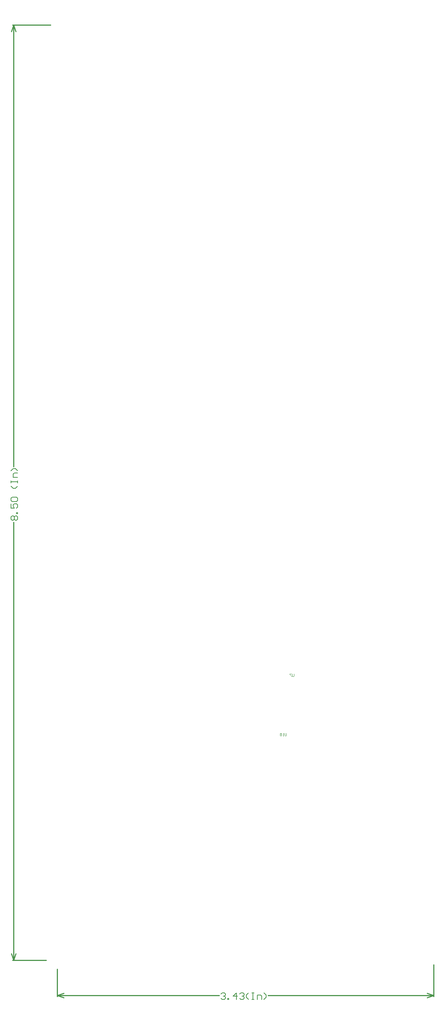
<source format=gbr>
G04 Layer_Color=16711935*
%FSLAX26Y26*%
%MOIN*%
%TF.FileFunction,Other,Mechanical_1*%
%TF.Part,Single*%
G01*
G75*
%TA.AperFunction,NonConductor*%
%ADD72C,0.003937*%
%ADD74C,0.010000*%
%ADD140C,0.006000*%
D72*
X1885709Y-3659614D02*
X1885709Y-3679293D01*
X1881773Y-3683228D01*
X1873901Y-3683228D01*
X1869966Y-3679293D01*
X1869966Y-3659614D01*
X1862094Y-3683228D02*
X1854223Y-3683228D01*
X1858159Y-3683228D01*
X1858159Y-3659614D01*
X1862094Y-3663550D01*
X1842416Y-3663550D02*
X1838480Y-3659614D01*
X1830608Y-3659614D01*
X1826673Y-3663550D01*
X1826673Y-3667485D01*
X1830608Y-3671421D01*
X1826673Y-3675357D01*
X1826673Y-3679293D01*
X1830608Y-3683228D01*
X1838480Y-3683228D01*
X1842416Y-3679293D01*
X1842416Y-3675357D01*
X1838480Y-3671421D01*
X1842416Y-3667485D01*
X1842416Y-3663550D01*
X1838480Y-3671421D02*
X1830608Y-3671421D01*
X1954606Y-3119260D02*
X1954606Y-3138938D01*
X1950671Y-3142874D01*
X1942799Y-3142874D01*
X1938863Y-3138938D01*
X1938863Y-3119260D01*
X1930992Y-3119260D02*
X1915249Y-3119260D01*
X1915249Y-3123195D01*
X1930992Y-3138938D01*
X1930992Y-3142874D01*
D74*
X-605622Y2781338D02*
X-258693Y2781338D01*
X-605622Y-5722599D02*
X-298062Y-5722599D01*
X-595622Y-1235706D02*
X-595622Y2781338D01*
X-595622Y-5722599D02*
X-595622Y-1737554D01*
X-615622Y2721338D02*
X-595622Y2781338D01*
X-575622Y2721338D01*
X-595622Y-5722599D02*
X-575622Y-5662599D01*
X-615622Y-5662599D02*
X-595622Y-5722599D01*
X3225559Y-6050939D02*
X3225559Y-5761969D01*
X-199638Y-6050939D02*
X-199638Y-5801339D01*
X1717894Y-6040939D02*
X3225559Y-6040939D01*
X-199638Y-6040939D02*
X1276027Y-6040939D01*
X3165559Y-6020939D02*
X3225559Y-6040939D01*
X3165559Y-6060939D02*
X3225559Y-6040939D01*
X-199638Y-6040939D02*
X-139638Y-6060939D01*
X-199638Y-6040939D02*
X-139638Y-6020939D01*
D140*
X-609616Y-1721554D02*
X-619612Y-1711557D01*
X-619612Y-1691564D01*
X-609616Y-1681567D01*
X-599619Y-1681567D01*
X-589622Y-1691564D01*
X-579625Y-1681567D01*
X-569629Y-1681567D01*
X-559632Y-1691564D01*
X-559632Y-1711557D01*
X-569629Y-1721554D01*
X-579625Y-1721554D01*
X-589622Y-1711557D01*
X-599619Y-1721554D01*
X-609616Y-1721554D01*
X-589622Y-1711557D02*
X-589622Y-1691564D01*
X-559632Y-1661574D02*
X-569629Y-1661574D01*
X-569629Y-1651577D01*
X-559632Y-1651577D01*
X-559632Y-1661574D01*
X-619612Y-1571603D02*
X-619612Y-1611590D01*
X-589622Y-1611590D01*
X-599619Y-1591596D01*
X-599619Y-1581600D01*
X-589622Y-1571603D01*
X-569629Y-1571603D01*
X-559632Y-1581600D01*
X-559632Y-1601593D01*
X-569629Y-1611590D01*
X-609616Y-1551609D02*
X-619612Y-1541612D01*
X-619612Y-1521619D01*
X-609616Y-1511622D01*
X-569629Y-1511622D01*
X-559632Y-1521619D01*
X-559632Y-1541612D01*
X-569629Y-1551609D01*
X-609616Y-1551609D01*
X-559632Y-1411655D02*
X-579625Y-1431648D01*
X-599619Y-1431648D01*
X-619612Y-1411655D01*
X-619612Y-1381664D02*
X-619612Y-1361671D01*
X-619612Y-1371667D01*
X-559632Y-1371667D01*
X-559632Y-1381664D01*
X-559632Y-1361671D01*
X-559632Y-1331680D02*
X-599619Y-1331680D01*
X-599619Y-1301690D01*
X-589622Y-1291693D01*
X-559632Y-1291693D01*
X-559632Y-1271700D02*
X-579625Y-1251706D01*
X-599619Y-1251706D01*
X-619612Y-1271700D01*
X1292027Y-6026945D02*
X1302024Y-6016949D01*
X1322017Y-6016949D01*
X1332014Y-6026945D01*
X1332014Y-6036942D01*
X1322017Y-6046939D01*
X1312020Y-6046939D01*
X1322017Y-6046939D01*
X1332014Y-6056936D01*
X1332014Y-6066932D01*
X1322017Y-6076929D01*
X1302024Y-6076929D01*
X1292027Y-6066932D01*
X1352007Y-6076929D02*
X1352007Y-6066932D01*
X1362004Y-6066932D01*
X1362004Y-6076929D01*
X1352007Y-6076929D01*
X1431982Y-6076929D02*
X1431982Y-6016949D01*
X1401991Y-6046939D01*
X1441978Y-6046939D01*
X1461972Y-6026945D02*
X1471969Y-6016949D01*
X1491962Y-6016949D01*
X1501959Y-6026945D01*
X1501959Y-6036942D01*
X1491962Y-6046939D01*
X1481965Y-6046939D01*
X1491962Y-6046939D01*
X1501959Y-6056936D01*
X1501959Y-6066932D01*
X1491962Y-6076929D01*
X1471969Y-6076929D01*
X1461972Y-6066932D01*
X1541946Y-6076929D02*
X1521953Y-6056936D01*
X1521953Y-6036942D01*
X1541946Y-6016949D01*
X1571936Y-6016949D02*
X1591930Y-6016949D01*
X1581933Y-6016949D01*
X1581933Y-6076929D01*
X1571936Y-6076929D01*
X1591930Y-6076929D01*
X1621920Y-6076929D02*
X1621920Y-6036942D01*
X1651910Y-6036942D01*
X1661907Y-6046939D01*
X1661907Y-6076929D01*
X1681901Y-6076929D02*
X1701894Y-6056936D01*
X1701894Y-6036942D01*
X1681901Y-6016949D01*
%TF.MD5,cb512c187520d3cbbe6d864f521217e3*%
M02*

</source>
